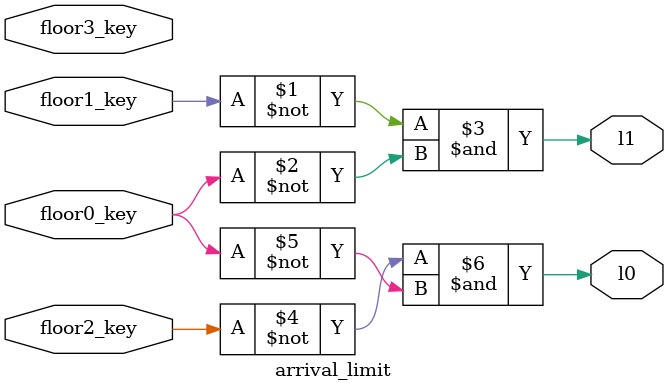
<source format=v>
module arrival_limit (
	input floor3_key, floor2_key, floor1_key, floor0_key,
	output l1, l0);
	
	assign l1 = (~floor1_key & ~floor0_key);
	assign l0 = (~floor2_key & ~floor0_key);
	
endmodule 
</source>
